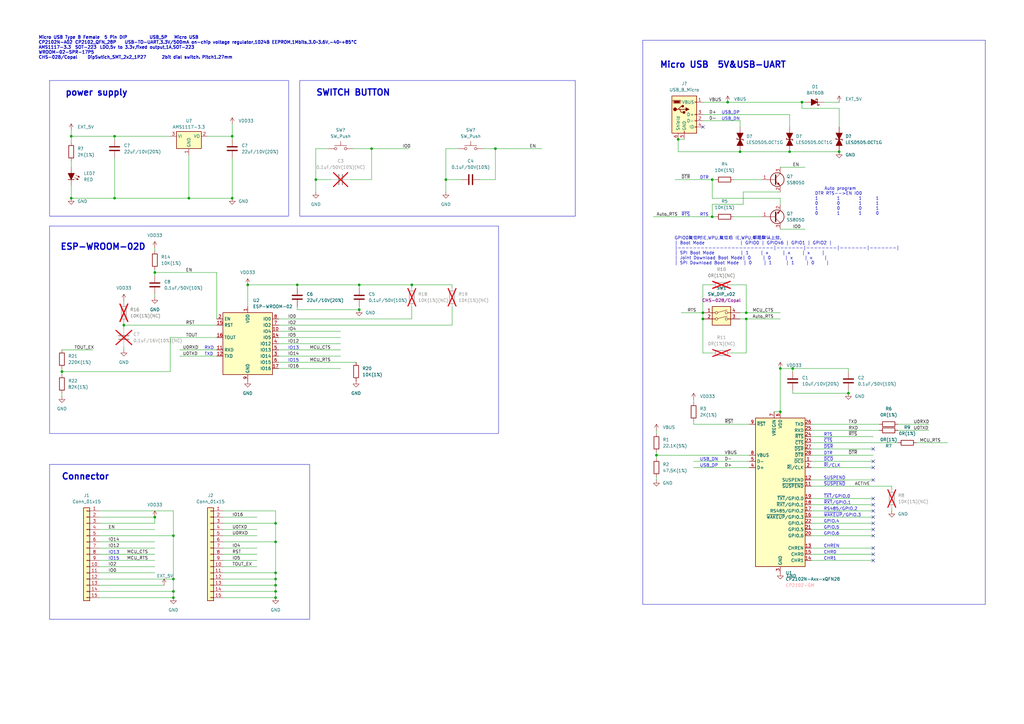
<source format=kicad_sch>
(kicad_sch (version 20250114) (generator "eeschema") (generator_version "9.0")
  (paper "A3")
  (rectangle (start 122.936 33.02) (end 235.966 88.646))
  (rectangle (start 263.652 16.51) (end 404.114 247.904))
  (rectangle (start 20.32 190.5) (end 127 254))
  (rectangle (start 20.32 33.02) (end 118.364 88.646))
  (rectangle (start 20.32 92.71) (end 204.47 177.8))
  (text "~{WAKEUP}/GPIO.3" (at 337.82 212.09 0) (effects (font (size 1.27 1.27)) (justify left bottom)))
  (text "SUSPEND" (at 337.82 196.85 0) (effects (font (size 1.27 1.27)) (justify left bottom)))
  (text "USB_DP" (at 295.91 46.99 0) (effects (font (size 1.27 1.27)) (justify left bottom)))
  (text "GPIO.5" (at 337.82 217.17 0) (effects (font (size 1.27 1.27)) (justify left bottom)))
  (text "CHR0" (at 337.82 227.33 0) (effects (font (size 1.27 1.27)) (justify left bottom)))
  (text "DTR" (at 287.02 73.66 0) (effects (font (size 1.27 1.27)) (justify left bottom)))
  (text "~{RI}/CLK" (at 337.82 191.77 0) (effects (font (size 1.27 1.27)) (justify left bottom)))
  (text "ESP-WROOM-02D" (exclude_from_sim yes) (at 24.638 101.346 0) (effects (font (size 2.54 2.54) (thickness 0.508) (bold yes)) (justify left)))
  (text "Connector" (exclude_from_sim yes) (at 25.146 195.58 0) (effects (font (size 2.54 2.54) (thickness 0.508) (bold yes)) (justify left)))
  (text "RXD" (at 83.82 143.51 0) (effects (font (size 1.27 1.27)) (justify left bottom)))
  (text "CHREN" (at 337.82 224.79 0) (effects (font (size 1.27 1.27)) (justify left bottom)))
  (text "GPIO.4" (at 337.82 214.63 0) (effects (font (size 1.27 1.27)) (justify left bottom)))
  (text "IO15" (at 44.45 229.87 0) (effects (font (size 1.27 1.27)) (justify left bottom)))
  (text "TXD" (at 83.82 146.05 0) (effects (font (size 1.27 1.27)) (justify left bottom)))
  (text "     Auto program\n DTR RTS-->EN IO0\n 1        1        1      1\n 0        0        1      1\n 1        0        0      1\n 0        1        1      0" (at 333.248 82.55 0) (effects (font (size 1.27 1.27)) (justify left)))
  (text "~{CTS}" (at 337.82 181.61 0) (effects (font (size 1.27 1.27)) (justify left bottom)))
  (text "~{TXT}/GPIO.0" (at 337.82 204.47 0) (effects (font (size 1.27 1.27)) (justify left bottom)))
  (text "IO15" (at 118.11 148.59 0) (effects (font (size 1.27 1.27)) (justify left bottom)))
  (text "CHR1" (at 337.82 229.87 0) (effects (font (size 1.27 1.27)) (justify left bottom)))
  (text "RTS" (at 337.82 179.07 0) (effects (font (size 1.27 1.27)) (justify left bottom)))
  (text "RS485/GPIO.2" (at 337.82 209.55 0) (effects (font (size 1.27 1.27)) (justify left bottom)))
  (text "~{DSR}" (at 337.82 184.15 0) (effects (font (size 1.27 1.27)) (justify left bottom)))
  (text "Micro USB  5V&USB-UART" (at 270.51 26.67 0) (effects (font (size 2.54 2.54) (thickness 0.508) (bold yes)) (justify left)))
  (text "~{DCD}" (at 337.82 189.23 0) (effects (font (size 1.27 1.27)) (justify left bottom)))
  (text "IO13" (at 44.45 227.33 0) (effects (font (size 1.27 1.27)) (justify left bottom)))
  (text "GPIO0复位时IE,WPU,复位后 IE,WPU,都是默认上拉.\n| Boot Mode               | GPIO0 | GPIO46 | GPIO1 | GPIO2 |\n|-------------------------|-------|--------|-------|-------|\n| SPI Boot Mode           | 1     | x      | x     | x     |\n| Joint Download Boot Mode| 0     | 0      | x     | x     |\n| SPI Download Boot Mode  | 0     | 1      | 1     | 0     |" (at 276.606 102.87 0) (effects (font (size 1.27 1.27)) (justify left)))
  (text "USB_DN" (at 295.91 49.53 0) (effects (font (size 1.27 1.27)) (justify left bottom)))
  (text "USB_DN" (at 287.02 189.23 0) (effects (font (size 1.27 1.27)) (justify left bottom)))
  (text "USB_DP" (at 287.02 191.77 0) (effects (font (size 1.27 1.27)) (justify left bottom)))
  (text "GPIO.6" (at 337.82 219.71 0) (effects (font (size 1.27 1.27)) (justify left bottom)))
  (text "~{SUSPEND}" (at 337.82 199.39 0) (effects (font (size 1.27 1.27)) (justify left bottom)))
  (text "Micro USB Type B Female  5 Pin DIP	USB_5P	Micro USB\nCP2102N-A02	CP2102_QFN_28P	USB-TO-UART,3.3V/500mA on-chip voltage regulator,1024B EEPROM,1Mbits,3.0~3.6V,-40~+85°C\nAMS1117-3.3	SOT-223	LDO,5v to 3.3v,fixed output,1A,SOT-223\nWROOM-02-SPR-17P5\nCHS-02B/Copal	DipSwtich_SMT_2x2_1P27	2bit dial switch，Pitch1.27mm\n" (at 15.748 19.558 0) (effects (font (size 1.27 1.27) (thickness 0.254) (bold yes)) (justify left)))
  (text "DTR" (at 337.82 186.69 0) (effects (font (size 1.27 1.27)) (justify left bottom)))
  (text "RTS" (at 287.02 88.9 0) (effects (font (size 1.27 1.27)) (justify left bottom)))
  (text "~{RXT}/GPIO.1" (at 337.82 207.01 0) (effects (font (size 1.27 1.27)) (justify left bottom)))
  (text "SWITCH BUTTON" (at 129.54 38.1 0) (effects (font (size 2.54 2.54) (thickness 0.508) (bold yes)) (justify left)))
  (text "IO13" (at 118.11 143.51 0) (effects (font (size 1.27 1.27)) (justify left bottom)))
  (text "~{RTS}" (at 279.4 88.9 0) (effects (font (size 1.27 1.27)) (justify left bottom)))
  (text "power supply" (exclude_from_sim yes) (at 26.67 38.1 0) (effects (font (size 2.54 2.54) (thickness 0.508) (bold yes)) (justify left)))
  (junction (at 325.12 151.13))
  (junction (at 306.07 130.81))
  (junction (at 288.29 128.27))
  (junction (at 269.24 186.69))
  (junction (at 50.8 133.35))
  (junction (at 77.47 81.28))
  (junction (at 71.12 245.11))
  (junction (at 113.03 242.57))
  (junction (at 71.12 242.57))
  (junction (at 320.04 151.13))
  (junction (at 278.13 57.15))
  (junction (at 113.03 234.95))
  (junction (at 168.91 116.84))
  (junction (at 182.88 73.66))
  (junction (at 113.03 240.03))
  (junction (at 147.32 127))
  (junction (at 29.21 55.88))
  (junction (at 306.07 128.27))
  (junction (at 113.03 237.49))
  (junction (at 121.92 116.84))
  (junction (at 46.99 81.28))
  (junction (at 129.54 73.66))
  (junction (at 292.1 88.9))
  (junction (at 344.17 62.23))
  (junction (at 63.5 212.09))
  (junction (at 347.98 161.29))
  (junction (at 95.25 55.88))
  (junction (at 303.53 62.23))
  (junction (at 71.12 237.49))
  (junction (at 29.21 81.28))
  (junction (at 288.29 130.81))
  (junction (at 323.85 62.23))
  (junction (at 63.5 111.76))
  (junction (at 147.32 116.84))
  (junction (at 292.1 73.66))
  (junction (at 71.12 219.71))
  (junction (at 46.99 55.88))
  (junction (at 95.25 81.28))
  (junction (at 113.03 222.25))
  (junction (at 298.45 41.91))
  (junction (at 328.93 41.91))
  (junction (at 152.4 60.96))
  (junction (at 25.4 152.4))
  (junction (at 113.03 245.11))
  (junction (at 101.6 116.84))
  (junction (at 113.03 214.63))
  (junction (at 203.2 60.96))
  (junction (at 320.04 168.91))
  (no_connect (at 358.14 189.23))
  (no_connect (at 358.14 212.09))
  (no_connect (at 358.14 209.55))
  (no_connect (at 358.14 196.85))
  (no_connect (at 358.14 191.77))
  (no_connect (at 358.14 207.01))
  (no_connect (at 358.14 227.33))
  (no_connect (at 358.14 217.17))
  (no_connect (at 358.14 204.47))
  (no_connect (at 358.14 219.71))
  (no_connect (at 358.14 229.87))
  (no_connect (at 358.14 184.15))
  (no_connect (at 358.14 224.79))
  (no_connect (at 288.29 52.07))
  (no_connect (at 358.14 214.63))
  (wire (pts (xy 304.8 78.74) (xy 320.04 78.74)))
  (wire (pts (xy 358.14 207.01) (xy 332.74 207.01)))
  (wire (pts (xy 95.25 55.88) (xy 95.25 57.15)))
  (wire (pts (xy 46.99 55.88) (xy 69.85 55.88)))
  (wire (pts (xy 40.64 242.57) (xy 71.12 242.57)))
  (wire (pts (xy 114.3 138.43) (xy 139.7 138.43)))
  (wire (pts (xy 91.44 227.33) (xy 105.41 227.33)))
  (wire (pts (xy 114.3 135.89) (xy 139.7 135.89)))
  (wire (pts (xy 320.04 81.28) (xy 320.04 83.82)))
  (wire (pts (xy 288.29 41.91) (xy 298.45 41.91)))
  (wire (pts (xy 63.5 111.76) (xy 63.5 113.03)))
  (wire (pts (xy 46.99 55.88) (xy 46.99 57.15)))
  (wire (pts (xy 73.66 143.51) (xy 88.9 143.51)))
  (wire (pts (xy 269.24 195.58) (xy 269.24 196.85)))
  (wire (pts (xy 114.3 143.51) (xy 139.7 143.51)))
  (wire (pts (xy 358.14 229.87) (xy 332.74 229.87)))
  (wire (pts (xy 325.12 151.13) (xy 347.98 151.13)))
  (wire (pts (xy 63.5 212.09) (xy 63.5 214.63)))
  (wire (pts (xy 284.48 163.83) (xy 284.48 165.1)))
  (wire (pts (xy 129.54 60.96) (xy 129.54 73.66)))
  (wire (pts (xy 284.48 172.72) (xy 284.48 173.99)))
  (wire (pts (xy 344.17 44.45) (xy 344.17 52.07)))
  (wire (pts (xy 29.21 76.2) (xy 29.21 81.28)))
  (wire (pts (xy 71.12 219.71) (xy 71.12 237.49)))
  (wire (pts (xy 323.85 62.23) (xy 344.17 62.23)))
  (wire (pts (xy 368.3 176.53) (xy 381 176.53)))
  (wire (pts (xy 284.48 173.99) (xy 307.34 173.99)))
  (wire (pts (xy 40.64 219.71) (xy 71.12 219.71)))
  (wire (pts (xy 91.44 237.49) (xy 113.03 237.49)))
  (wire (pts (xy 267.97 88.9) (xy 292.1 88.9)))
  (wire (pts (xy 298.45 41.91) (xy 328.93 41.91)))
  (wire (pts (xy 143.51 73.66) (xy 152.4 73.66)))
  (wire (pts (xy 147.32 127) (xy 121.92 127)))
  (wire (pts (xy 91.44 240.03) (xy 113.03 240.03)))
  (wire (pts (xy 328.93 44.45) (xy 344.17 44.45)))
  (wire (pts (xy 77.47 63.5) (xy 77.47 81.28)))
  (wire (pts (xy 358.14 227.33) (xy 332.74 227.33)))
  (wire (pts (xy 113.03 222.25) (xy 113.03 234.95)))
  (wire (pts (xy 29.21 66.04) (xy 29.21 68.58)))
  (wire (pts (xy 368.3 173.99) (xy 381 173.99)))
  (wire (pts (xy 69.85 138.43) (xy 69.85 152.4)))
  (wire (pts (xy 129.54 73.66) (xy 129.54 78.74)))
  (wire (pts (xy 113.03 240.03) (xy 113.03 242.57)))
  (wire (pts (xy 182.88 60.96) (xy 182.88 73.66)))
  (wire (pts (xy 337.82 41.91) (xy 344.17 41.91)))
  (wire (pts (xy 29.21 53.34) (xy 29.21 55.88)))
  (wire (pts (xy 269.24 185.42) (xy 269.24 186.69)))
  (wire (pts (xy 299.72 144.78) (xy 306.07 144.78)))
  (wire (pts (xy 25.4 143.51) (xy 38.1 143.51)))
  (wire (pts (xy 292.1 81.28) (xy 320.04 81.28)))
  (wire (pts (xy 40.64 209.55) (xy 71.12 209.55)))
  (wire (pts (xy 63.5 101.6) (xy 63.5 102.87)))
  (wire (pts (xy 91.44 209.55) (xy 113.03 209.55)))
  (wire (pts (xy 292.1 83.82) (xy 304.8 83.82)))
  (wire (pts (xy 114.3 130.81) (xy 168.91 130.81)))
  (wire (pts (xy 91.44 234.95) (xy 113.03 234.95)))
  (wire (pts (xy 306.07 128.27) (xy 320.04 128.27)))
  (wire (pts (xy 358.14 204.47) (xy 332.74 204.47)))
  (wire (pts (xy 121.92 118.11) (xy 121.92 116.84)))
  (wire (pts (xy 288.29 144.78) (xy 292.1 144.78)))
  (wire (pts (xy 358.14 184.15) (xy 332.74 184.15)))
  (wire (pts (xy 50.8 132.08) (xy 50.8 133.35)))
  (wire (pts (xy 77.47 81.28) (xy 95.25 81.28)))
  (wire (pts (xy 328.93 41.91) (xy 330.2 41.91)))
  (wire (pts (xy 71.12 242.57) (xy 71.12 245.11)))
  (wire (pts (xy 300.99 88.9) (xy 312.42 88.9)))
  (wire (pts (xy 63.5 110.49) (xy 63.5 111.76)))
  (wire (pts (xy 91.44 217.17) (xy 105.41 217.17)))
  (wire (pts (xy 46.99 81.28) (xy 29.21 81.28)))
  (wire (pts (xy 358.14 209.55) (xy 332.74 209.55)))
  (wire (pts (xy 288.29 46.99) (xy 323.85 46.99)))
  (wire (pts (xy 203.2 73.66) (xy 203.2 60.96)))
  (wire (pts (xy 332.74 176.53) (xy 360.68 176.53)))
  (wire (pts (xy 73.66 146.05) (xy 88.9 146.05)))
  (wire (pts (xy 50.8 142.24) (xy 50.8 143.51)))
  (wire (pts (xy 278.13 62.23) (xy 278.13 57.15)))
  (wire (pts (xy 320.04 68.58) (xy 330.2 68.58)))
  (wire (pts (xy 113.03 209.55) (xy 113.03 214.63)))
  (wire (pts (xy 63.5 120.65) (xy 63.5 121.92)))
  (wire (pts (xy 91.44 232.41) (xy 105.41 232.41)))
  (wire (pts (xy 40.64 217.17) (xy 63.5 217.17)))
  (wire (pts (xy 91.44 245.11) (xy 113.03 245.11)))
  (wire (pts (xy 303.53 128.27) (xy 306.07 128.27)))
  (wire (pts (xy 121.92 116.84) (xy 147.32 116.84)))
  (wire (pts (xy 114.3 133.35) (xy 185.42 133.35)))
  (wire (pts (xy 323.85 46.99) (xy 323.85 52.07)))
  (wire (pts (xy 168.91 116.84) (xy 185.42 116.84)))
  (wire (pts (xy 320.04 93.98) (xy 330.2 93.98)))
  (wire (pts (xy 40.64 240.03) (xy 67.31 240.03)))
  (wire (pts (xy 276.86 73.66) (xy 292.1 73.66)))
  (wire (pts (xy 182.88 73.66) (xy 182.88 78.74)))
  (wire (pts (xy 332.74 199.39) (xy 365.76 199.39)))
  (wire (pts (xy 101.6 116.84) (xy 101.6 125.73)))
  (wire (pts (xy 40.64 237.49) (xy 71.12 237.49)))
  (wire (pts (xy 332.74 173.99) (xy 360.68 173.99)))
  (wire (pts (xy 95.25 64.77) (xy 95.25 81.28)))
  (wire (pts (xy 50.8 133.35) (xy 88.9 133.35)))
  (wire (pts (xy 358.14 189.23) (xy 332.74 189.23)))
  (wire (pts (xy 320.04 151.13) (xy 320.04 168.91)))
  (wire (pts (xy 85.09 55.88) (xy 95.25 55.88)))
  (wire (pts (xy 306.07 130.81) (xy 303.53 130.81)))
  (wire (pts (xy 121.92 127) (xy 121.92 125.73)))
  (wire (pts (xy 91.44 212.09) (xy 105.41 212.09)))
  (wire (pts (xy 306.07 144.78) (xy 306.07 130.81)))
  (wire (pts (xy 292.1 116.84) (xy 288.29 116.84)))
  (wire (pts (xy 29.21 55.88) (xy 46.99 55.88)))
  (wire (pts (xy 46.99 64.77) (xy 46.99 81.28)))
  (wire (pts (xy 347.98 160.02) (xy 347.98 161.29)))
  (wire (pts (xy 358.14 224.79) (xy 332.74 224.79)))
  (wire (pts (xy 134.62 60.96) (xy 129.54 60.96)))
  (wire (pts (xy 40.64 245.11) (xy 71.12 245.11)))
  (wire (pts (xy 292.1 88.9) (xy 293.37 88.9)))
  (wire (pts (xy 168.91 116.84) (xy 168.91 118.11)))
  (wire (pts (xy 63.5 111.76) (xy 88.9 111.76)))
  (wire (pts (xy 152.4 73.66) (xy 152.4 60.96)))
  (wire (pts (xy 365.76 208.28) (xy 365.76 209.55)))
  (wire (pts (xy 185.42 116.84) (xy 185.42 118.11)))
  (wire (pts (xy 365.76 199.39) (xy 365.76 200.66)))
  (wire (pts (xy 306.07 128.27) (xy 306.07 116.84)))
  (wire (pts (xy 325.12 160.02) (xy 325.12 161.29)))
  (wire (pts (xy 284.48 191.77) (xy 307.34 191.77)))
  (wire (pts (xy 91.44 224.79) (xy 105.41 224.79)))
  (wire (pts (xy 91.44 219.71) (xy 105.41 219.71)))
  (wire (pts (xy 40.64 212.09) (xy 63.5 212.09)))
  (wire (pts (xy 69.85 138.43) (xy 88.9 138.43)))
  (wire (pts (xy 91.44 242.57) (xy 113.03 242.57)))
  (wire (pts (xy 203.2 60.96) (xy 198.12 60.96)))
  (wire (pts (xy 114.3 151.13) (xy 139.7 151.13)))
  (wire (pts (xy 50.8 123.19) (xy 50.8 124.46)))
  (wire (pts (xy 269.24 186.69) (xy 269.24 187.96)))
  (wire (pts (xy 25.4 161.29) (xy 25.4 162.56)))
  (wire (pts (xy 113.03 237.49) (xy 113.03 240.03)))
  (wire (pts (xy 375.92 181.61) (xy 388.62 181.61)))
  (wire (pts (xy 113.03 234.95) (xy 113.03 237.49)))
  (wire (pts (xy 71.12 209.55) (xy 71.12 219.71)))
  (wire (pts (xy 91.44 222.25) (xy 113.03 222.25)))
  (wire (pts (xy 279.4 128.27) (xy 288.29 128.27)))
  (wire (pts (xy 40.64 214.63) (xy 63.5 214.63)))
  (wire (pts (xy 347.98 151.13) (xy 347.98 152.4)))
  (wire (pts (xy 196.85 73.66) (xy 203.2 73.66)))
  (wire (pts (xy 95.25 50.8) (xy 95.25 55.88)))
  (wire (pts (xy 358.14 212.09) (xy 332.74 212.09)))
  (wire (pts (xy 40.64 232.41) (xy 63.5 232.41)))
  (wire (pts (xy 113.03 214.63) (xy 113.03 222.25)))
  (wire (pts (xy 306.07 116.84) (xy 299.72 116.84)))
  (wire (pts (xy 25.4 152.4) (xy 69.85 152.4)))
  (wire (pts (xy 358.14 219.71) (xy 332.74 219.71)))
  (wire (pts (xy 40.64 234.95) (xy 63.5 234.95)))
  (wire (pts (xy 203.2 60.96) (xy 222.25 60.96)))
  (wire (pts (xy 114.3 146.05) (xy 139.7 146.05)))
  (wire (pts (xy 328.93 41.91) (xy 328.93 44.45)))
  (wire (pts (xy 358.14 191.77) (xy 332.74 191.77)))
  (wire (pts (xy 114.3 140.97) (xy 139.7 140.97)))
  (wire (pts (xy 278.13 57.15) (xy 280.67 57.15)))
  (wire (pts (xy 185.42 125.73) (xy 185.42 133.35)))
  (wire (pts (xy 288.29 49.53) (xy 303.53 49.53)))
  (wire (pts (xy 46.99 81.28) (xy 77.47 81.28)))
  (wire (pts (xy 25.4 151.13) (xy 25.4 152.4)))
  (wire (pts (xy 50.8 133.35) (xy 50.8 134.62)))
  (wire (pts (xy 152.4 60.96) (xy 144.78 60.96)))
  (wire (pts (xy 147.32 116.84) (xy 168.91 116.84)))
  (wire (pts (xy 40.64 224.79) (xy 63.5 224.79)))
  (wire (pts (xy 358.14 196.85) (xy 332.74 196.85)))
  (wire (pts (xy 91.44 229.87) (xy 105.41 229.87)))
  (wire (pts (xy 40.64 227.33) (xy 63.5 227.33)))
  (wire (pts (xy 269.24 186.69) (xy 307.34 186.69)))
  (wire (pts (xy 303.53 49.53) (xy 303.53 52.07)))
  (wire (pts (xy 40.64 222.25) (xy 63.5 222.25)))
  (wire (pts (xy 71.12 237.49) (xy 71.12 242.57)))
  (wire (pts (xy 113.03 242.57) (xy 113.03 245.11)))
  (wire (pts (xy 325.12 151.13) (xy 325.12 152.4)))
  (wire (pts (xy 91.44 214.63) (xy 113.03 214.63)))
  (wire (pts (xy 25.4 152.4) (xy 25.4 153.67)))
  (wire (pts (xy 278.13 62.23) (xy 303.53 62.23)))
  (wire (pts (xy 269.24 176.53) (xy 269.24 177.8)))
  (wire (pts (xy 114.3 148.59) (xy 146.05 148.59)))
  (wire (pts (xy 168.91 125.73) (xy 168.91 130.81)))
  (wire (pts (xy 358.14 179.07) (xy 332.74 179.07)))
  (wire (pts (xy 152.4 60.96) (xy 167.64 60.96)))
  (wire (pts (xy 292.1 73.66) (xy 293.37 73.66)))
  (wire (pts (xy 182.88 73.66) (xy 189.23 73.66)))
  (wire (pts (xy 347.98 161.29) (xy 325.12 161.29)))
  (wire (pts (xy 40.64 229.87) (xy 63.5 229.87)))
  (wire (pts (xy 288.29 128.27) (xy 288.29 130.81)))
  (wire (pts (xy 358.14 214.63) (xy 332.74 214.63)))
  (wire (pts (xy 147.32 116.84) (xy 147.32 118.11)))
  (wire (pts (xy 88.9 111.76) (xy 88.9 130.81)))
  (wire (pts (xy 147.32 125.73) (xy 147.32 127)))
  (wire (pts (xy 288.29 130.81) (xy 288.29 144.78)))
  (wire (pts (xy 304.8 83.82) (xy 304.8 78.74)))
  (wire (pts (xy 292.1 73.66) (xy 292.1 81.28)))
  (wire (pts (xy 306.07 130.81) (xy 320.04 130.81)))
  (wire (pts (xy 300.99 73.66) (xy 312.42 73.66)))
  (wire (pts (xy 358.14 186.69) (xy 332.74 186.69)))
  (wire (pts (xy 29.21 55.88) (xy 29.21 58.42)))
  (wire (pts (xy 332.74 181.61) (xy 368.3 181.61)))
  (wire (pts (xy 187.96 60.96) (xy 182.88 60.96)))
  (wire (pts (xy 129.54 73.66) (xy 135.89 73.66)))
  (wire (pts (xy 101.6 116.84) (xy 121.92 116.84)))
  (wire (pts (xy 292.1 83.82) (xy 292.1 88.9)))
  (wire (pts (xy 303.53 62.23) (xy 323.85 62.23)))
  (wire (pts (xy 288.29 116.84) (xy 288.29 128.27)))
  (wire (pts (xy 358.14 217.17) (xy 332.74 217.17)))
  (wire (pts (xy 284.48 189.23) (xy 307.34 189.23)))
  (wire (pts (xy 320.04 151.13) (xy 325.12 151.13)))
  (wire (pts (xy 317.5 168.91) (xy 320.04 168.91)))
  (label "RXD" (at 347.98 176.53 0))
  (label "MCU_RTS" (at 52.07 229.87 0))
  (label "~{RTS}" (at 347.98 179.07 0))
  (label "~{RST}" (at 297.18 173.99 0))
  (label "TOUT_EX" (at 30.48 143.51 0))
  (label "VBUS" (at 290.83 41.91 0))
  (label "RST" (at 76.2 133.35 0))
  (label "MCU_CTS" (at 127 143.51 0))
  (label "IO0" (at 44.45 234.95 0))
  (label "IO4" (at 95.25 224.79 0))
  (label "~{DTR}" (at 279.4 73.66 0))
  (label "IO4" (at 118.11 135.89 0))
  (label "D-" (at 297.18 189.23 0))
  (label "IO2" (at 118.11 133.35 0))
  (label "IO12" (at 44.45 224.79 0))
  (label "RST" (at 95.25 227.33 0))
  (label "Auto_RTS" (at 308.61 130.81 0))
  (label "ACTIVE" (at 350.52 199.39 0))
  (label "D-" (at 290.83 49.53 0))
  (label "IO5" (at 95.25 229.87 0))
  (label "U0TXD" (at 95.25 217.17 0))
  (label "U0TXD" (at 374.65 176.53 0))
  (label "D+" (at 290.83 46.99 0))
  (label "U0RXD" (at 74.93 143.51 0))
  (label "IO0" (at 325.12 93.98 0))
  (label "MCU_RTS" (at 377.19 181.61 0))
  (label "EN" (at 76.2 111.76 0))
  (label "IO16" (at 118.11 151.13 0))
  (label "U0TXD" (at 74.93 146.05 0))
  (label "MCU_CTS" (at 52.07 227.33 0))
  (label "MCU_CTS" (at 308.61 128.27 0))
  (label "EN" (at 44.45 217.17 0))
  (label "IO5" (at 118.11 138.43 0))
  (label "IO14" (at 44.45 222.25 0))
  (label "IO14" (at 118.11 146.05 0))
  (label "IO2" (at 44.45 232.41 0))
  (label "RTS" (at 281.94 128.27 0))
  (label "EN" (at 217.17 60.96 0))
  (label "U0RXD" (at 95.25 219.71 0))
  (label "IO0" (at 165.1 60.96 0))
  (label "TOUT" (at 76.2 138.43 0))
  (label "~{DTR}" (at 347.98 186.69 0))
  (label "EN" (at 325.12 68.58 0))
  (label "TXD" (at 347.98 173.99 0))
  (label "IO12" (at 118.11 140.97 0))
  (label "Auto_RTS" (at 269.24 88.9 0))
  (label "VBUS" (at 297.18 186.69 0))
  (label "U0RXD" (at 374.65 173.99 0))
  (label "IO0" (at 118.11 130.81 0))
  (label "D+" (at 297.18 191.77 0))
  (label "MCU_RTS" (at 127 148.59 0))
  (label "TOUT_EX" (at 95.25 232.41 0))
  (label "IO16" (at 95.25 212.09 0))
  (symbol (lib_id "Transistor_BJT:SS8050") (at 317.5 73.66 0) (unit 1)
    (property "Reference" "Q?" (at 322.58 72.3899 0) (effects (justify left)))
    (property "Value" "SS8050" (at 322.58 74.9299 0) (effects (justify left)))
    (property "Footprint" "Package_TO_SOT_SMD:SOT-23" (effects (hide yes)))
    (property "Datasheet" "http://www.secosgmbh.com/datasheet/products/SSMPTransistor/SOT-23/SS8050.pdf" (effects (hide yes)))
    (property "Description" "General Purpose NPN Transistor, 1.5A Ic, 25V Vce, SOT-23" (effects (hide yes)))
  )
  (symbol (lib_id "PCM_Resistor_AKL:R_1206") (at 269.24 191.77 180) (unit 1)
    (property "Reference" "R2" (at 271.78 190.4999 0) (effects (justify right)))
    (property "Value" "47.5K(1%)" (at 271.78 193.0399 0) (effects (justify right)))
    (property "Footprint" "PCM_Resistor_SMD_AKL:R_1206_3216Metric" (effects (hide yes)))
    (property "Description" "SMD 1206 Chip Resistor, European Symbol, Alternate KiCad Library" (effects (hide yes)))
  )
  (symbol (lib_id "power:GND") (at 347.98 161.29 0) (unit 1)
    (property "Reference" "#PWR09" (effects (hide yes)))
    (property "Value" "GND" (at 350.52 162.5599 0) (effects (justify left)))
    (property "Description" "Power symbol creates a global label with name \"GND\" , ground" (effects (hide yes)))
  )
  (symbol (lib_id "power:GND") (at 365.76 209.55 0) (unit 1)
    (property "Reference" "#PWR010" (effects (hide yes)))
    (property "Value" "GND" (at 368.3 210.8199 0) (effects (justify left)))
    (property "Description" "Power symbol creates a global label with name \"GND\" , ground" (effects (hide yes)))
  )
  (symbol (lib_id "PCM_Resistor_AKL:R_1206") (at 372.11 181.61 270) (mirror x) (unit 1)
    (property "Reference" "R9" (at 372.11 175.26 90))
    (property "Value" "0R(1%)" (at 372.11 177.8 90))
    (property "Footprint" "PCM_Resistor_SMD_AKL:R_1206_3216Metric" (effects (hide yes)))
    (property "Description" "SMD 1206 Chip Resistor, European Symbol, Alternate KiCad Library" (effects (hide yes)))
  )
  (symbol (lib_id "PCM_Resistor_AKL:R_1206") (at 25.4 147.32 180) (unit 1)
    (property "Reference" "R21" (at 27.94 146.0499 0) (effects (justify right)))
    (property "Value" "220K(1%)" (at 27.94 148.5899 0) (effects (justify right)))
    (property "Footprint" "PCM_Resistor_SMD_AKL:R_1206_3216Metric" (effects (hide yes)))
    (property "Description" "SMD 1206 Chip Resistor, European Symbol, Alternate KiCad Library" (effects (hide yes)))
  )
  (symbol (lib_id "power:GND") (at 320.04 234.95 0) (unit 1)
    (property "Reference" "#PWR06" (effects (hide yes)))
    (property "Value" "GND" (at 322.58 236.2199 0) (effects (justify left)))
    (property "Description" "Power symbol creates a global label with name \"GND\" , ground" (effects (hide yes)))
  )
  (symbol (lib_id "power:+5V") (at 63.5 212.09 0) (unit 1)
    (property "Reference" "#PWR024" (effects (hide yes)))
    (property "Value" "VDD33" (at 63.5 207.01 0))
    (property "Description" "Power symbol creates a global label with name \"+5V\"" (effects (hide yes)))
  )
  (symbol (lib_id "power:+5V") (at 67.31 240.03 0) (unit 1)
    (property "Reference" "#PWR025" (effects (hide yes)))
    (property "Value" "EXT_5V" (at 64.262 236.22 0) (effects (justify left)))
    (property "Description" "Power symbol creates a global label with name \"+5V\"" (effects (hide yes)))
  )
  (symbol (lib_id "PCM_Resistor_AKL:R_1206") (at 297.18 88.9 90) (unit 1)
    (property "Reference" "R5" (at 297.18 82.55 90))
    (property "Value" "10K(1%)" (at 297.18 85.09 90))
    (property "Footprint" "PCM_Resistor_SMD_AKL:R_1206_3216Metric" (effects (hide yes)))
    (property "Description" "SMD 1206 Chip Resistor, European Symbol, Alternate KiCad Library" (effects (hide yes)))
  )
  (symbol (lib_id "PCM_Resistor_AKL:R_1206") (at 295.91 144.78 270) (unit 1) (dnp yes)
    (property "Reference" "R11" (at 295.91 138.43 90))
    (property "Value" "0R(1%)(NC)" (at 295.91 140.97 90))
    (property "Footprint" "PCM_Resistor_SMD_AKL:R_1206_3216Metric" (effects (hide yes)))
    (property "Description" "SMD 1206 Chip Resistor, European Symbol, Alternate KiCad Library" (effects (hide yes)))
  )
  (symbol (lib_id "power:GND") (at 25.4 162.56 0) (unit 1)
    (property "Reference" "#PWR021" (effects (hide yes)))
    (property "Value" "GND" (at 25.4 167.64 0))
    (property "Description" "Power symbol creates a global label with name \"GND\" , ground" (effects (hide yes)))
  )
  (symbol (lib_id "Library:LESD5D5.0CT1G") (at 344.17 57.15 90) (unit 1)
    (property "Reference" "D?" (at 346.71 55.8799 90) (effects (justify right)))
    (property "Value" "LESD5D5.0CT1G" (at 346.71 58.4199 90) (effects (justify right)))
    (property "Footprint" "Diode_SMD:D_SOD-523" (effects (hide yes)))
    (property "Datasheet" "https://www.jlc-smt.com/lcsc/detail?componentCode=C383211&spm=smt-pc.search-result.list.0" (effects (hide yes)))
    (property "Description" "Bidirectional TVS Diode, Generic symbol, Alternate KiCAD Library" (effects (hide yes)))
  )
  (symbol (lib_id "PCM_Capacitor_AKL:C_1206") (at 63.5 116.84 0) (unit 1)
    (property "Reference" "C8" (at 67.31 115.5699 0) (effects (justify left)))
    (property "Value" "0.1uF/50V(10%)" (at 67.31 118.1099 0) (effects (justify left)))
    (property "Footprint" "PCM_Capacitor_SMD_AKL:C_1206_3216Metric" (effects (hide yes)))
    (property "Description" "SMD 1206 MLCC capacitor, Alternate KiCad Library" (effects (hide yes)))
  )
  (symbol (lib_id "power:+5V") (at 95.25 50.8 0) (unit 1)
    (property "Reference" "#PWR?" (effects (hide yes)))
    (property "Value" "VDD33" (at 97.79 49.5299 0) (effects (justify left)))
    (property "Description" "Power symbol creates a global label with name \"+5V\"" (effects (hide yes)))
  )
  (symbol (lib_id "power:+5V") (at 63.5 101.6 0) (unit 1)
    (property "Reference" "#PWR018" (effects (hide yes)))
    (property "Value" "VDD33" (at 63.5 96.52 0))
    (property "Description" "Power symbol creates a global label with name \"+5V\"" (effects (hide yes)))
  )
  (symbol (lib_id "Connector_Generic:Conn_01x15") (at 86.36 227.33 0) (mirror y) (unit 1)
    (property "Reference" "J2" (at 86.36 203.2 0))
    (property "Value" "Conn_01x15" (at 86.36 205.74 0))
    (property "Description" "Generic connector, single row, 01x15, script generated (kicad-library-utils/schlib/autogen/connector/)" (effects (hide yes)))
  )
  (symbol (lib_id "PCM_Resistor_AKL:R_1206") (at 364.49 176.53 270) (unit 1)
    (property "Reference" "R7" (at 364.49 182.88 90))
    (property "Value" "0R(1%)" (at 364.49 180.34 90))
    (property "Footprint" "PCM_Resistor_SMD_AKL:R_1206_3216Metric" (effects (hide yes)))
    (property "Description" "SMD 1206 Chip Resistor, European Symbol, Alternate KiCad Library" (effects (hide yes)))
  )
  (symbol (lib_id "PCM_Capacitor_AKL:C_1206") (at 347.98 156.21 0) (unit 1)
    (property "Reference" "C2" (at 351.79 154.9399 0) (effects (justify left)))
    (property "Value" "0.1uF/50V(10%)" (at 351.79 157.4799 0) (effects (justify left)))
    (property "Footprint" "PCM_Capacitor_SMD_AKL:C_1206_3216Metric" (effects (hide yes)))
    (property "Description" "SMD 1206 MLCC capacitor, Alternate KiCad Library" (effects (hide yes)))
  )
  (symbol (lib_id "Connector:USB_B_Micro") (at 280.67 46.99 0) (unit 1)
    (property "Reference" "J?" (at 280.67 34.29 0))
    (property "Value" "USB_B_Micro" (at 280.67 36.83 0))
    (property "Description" "USB Micro Type B connector" (effects (hide yes)))
  )
  (symbol (lib_id "power:+5V") (at 50.8 123.19 0) (unit 1)
    (property "Reference" "#PWR016" (effects (hide yes)))
    (property "Value" "VDD33" (at 50.8 118.11 0))
    (property "Description" "Power symbol creates a global label with name \"+5V\"" (effects (hide yes)))
  )
  (symbol (lib_id "power:GND") (at 63.5 121.92 0) (unit 1)
    (property "Reference" "#PWR017" (effects (hide yes)))
    (property "Value" "GND" (at 63.5 127 0))
    (property "Description" "Power symbol creates a global label with name \"GND\" , ground" (effects (hide yes)))
  )
  (symbol (lib_id "PCM_Capacitor_AKL:C_1206") (at 147.32 121.92 0) (unit 1)
    (property "Reference" "C5" (at 151.13 120.6499 0) (effects (justify left)))
    (property "Value" "0.1uF/50V(10%)" (at 151.13 123.1899 0) (effects (justify left)))
    (property "Footprint" "PCM_Capacitor_SMD_AKL:C_1206_3216Metric" (effects (hide yes)))
    (property "Description" "SMD 1206 MLCC capacitor, Alternate KiCad Library" (effects (hide yes)))
  )
  (symbol (lib_id "PCM_Resistor_AKL:R_1206") (at 364.49 173.99 270) (unit 1)
    (property "Reference" "R6" (at 364.49 167.64 90))
    (property "Value" "0R(1%)" (at 364.49 170.18 90))
    (property "Footprint" "PCM_Resistor_SMD_AKL:R_1206_3216Metric" (effects (hide yes)))
    (property "Description" "SMD 1206 Chip Resistor, European Symbol, Alternate KiCad Library" (effects (hide yes)))
  )
  (symbol (lib_id "PCM_Resistor_AKL:R_1206") (at 146.05 152.4 180) (unit 1)
    (property "Reference" "R20" (at 148.59 151.1299 0) (effects (justify right)))
    (property "Value" "10K(1%)" (at 148.59 153.6699 0) (effects (justify right)))
    (property "Footprint" "PCM_Resistor_SMD_AKL:R_1206_3216Metric" (effects (hide yes)))
    (property "Description" "SMD 1206 Chip Resistor, European Symbol, Alternate KiCad Library" (effects (hide yes)))
  )
  (symbol (lib_id "Regulator_Linear:AMS1117-3.3") (at 77.47 55.88 0) (unit 1)
    (property "Reference" "U?" (at 77.47 49.53 0))
    (property "Value" "AMS1117-3.3" (at 77.47 52.07 0))
    (property "Footprint" "Package_TO_SOT_SMD:SOT-223-3_TabPin2" (effects (hide yes)))
    (property "Datasheet" "http://www.advanced-monolithic.com/pdf/ds1117.pdf" (effects (hide yes)))
    (property "Description" "1A Low Dropout regulator, positive, 3.3V fixed output, SOT-223" (effects (hide yes)))
  )
  (symbol (lib_id "power:GND") (at 101.6 156.21 0) (unit 1)
    (property "Reference" "#PWR015" (effects (hide yes)))
    (property "Value" "GND" (at 101.6 161.29 0))
    (property "Description" "Power symbol creates a global label with name \"GND\" , ground" (effects (hide yes)))
  )
  (symbol (lib_id "PCM_Capacitor_AKL:C_1206") (at 139.7 73.66 270) (unit 1) (dnp yes)
    (property "Reference" "C3" (at 139.7 66.04 90))
    (property "Value" "0.1uF/50V(10%)(NC)" (at 139.7 68.58 90))
    (property "Footprint" "PCM_Capacitor_SMD_AKL:C_1206_3216Metric" (effects (hide yes)))
    (property "Description" "SMD 1206 MLCC capacitor, Alternate KiCad Library" (effects (hide yes)))
  )
  (symbol (lib_id "PCM_Resistor_AKL:R_1206") (at 25.4 157.48 180) (unit 1)
    (property "Reference" "R22" (at 27.94 156.2099 0) (effects (justify right)))
    (property "Value" "82K(1%)" (at 27.94 158.7499 0) (effects (justify right)))
    (property "Footprint" "PCM_Resistor_SMD_AKL:R_1206_3216Metric" (effects (hide yes)))
    (property "Description" "SMD 1206 Chip Resistor, European Symbol, Alternate KiCad Library" (effects (hide yes)))
  )
  (symbol (lib_id "power:+5V") (at 344.17 41.91 0) (unit 1)
    (property "Reference" "#PWR07" (effects (hide yes)))
    (property "Value" "EXT_5V" (at 346.71 40.6399 0) (effects (justify left)))
    (property "Description" "Power symbol creates a global label with name \"+5V\"" (effects (hide yes)))
  )
  (symbol (lib_id "Switch:SW_Push") (at 139.7 60.96 0) (unit 1)
    (property "Reference" "SW?" (at 139.7 53.34 0))
    (property "Value" "SW_Push" (at 139.7 55.88 0))
    (property "Footprint" "Button_Switch_THT:SW_PUSH_6mm_H7.3mm" (effects (hide yes)))
    (property "Description" "Push button switch, generic, two pins" (effects (hide yes)))
  )
  (symbol (lib_id "Switch:SW_Push") (at 193.04 60.96 0) (unit 1)
    (property "Reference" "SW?" (at 193.04 53.34 0))
    (property "Value" "SW_Push" (at 193.04 55.88 0))
    (property "Footprint" "Button_Switch_THT:SW_PUSH_6mm_H7.3mm" (effects (hide yes)))
    (property "Description" "Push button switch, generic, two pins" (effects (hide yes)))
  )
  (symbol (lib_id "power:GND") (at 147.32 127 0) (unit 1)
    (property "Reference" "#PWR013" (effects (hide yes)))
    (property "Value" "GND" (at 149.86 128.2699 0) (effects (justify left)))
    (property "Description" "Power symbol creates a global label with name \"GND\" , ground" (effects (hide yes)))
  )
  (symbol (lib_id "Switch:SW_DIP_x02") (at 295.91 130.81 0) (unit 1)
    (property "Reference" "SW1" (at 295.91 118.11 0))
    (property "Value" "SW_DIP_x02" (at 295.91 120.65 0))
    (property "Description" "2x DIP Switch, Single Pole Single Throw (SPST) switch, small symbol" (effects (hide yes)))
    (property "MS" "CHS-02B/Copal" (at 295.91 123.19 0))
  )
  (symbol (lib_id "PCM_Diode_Schottky_AKL:BAT60B") (at 334.01 41.91 0) (unit 1)
    (property "Reference" "D1" (at 334.3275 35.56 0))
    (property "Value" "BAT60B" (at 334.3275 38.1 0))
    (property "Footprint" "PCM_Diode_SMD_AKL:D_SOD-323" (effects (hide yes)))
    (property "Datasheet" "https://www.tme.eu/Document/d08c2f1873cb72c788de84de5d92abcf/BAT60BE6327HTSA1.pdf" (effects (hide yes)))
    (property "Description" "SOD-323 Schottky diode, 10V, 3A, Alternate KiCAD Library" (effects (hide yes)))
  )
  (symbol (lib_id "power:GND") (at 182.88 78.74 0) (unit 1)
    (property "Reference" "#PWR012" (effects (hide yes)))
    (property "Value" "GND" (at 182.88 83.82 0))
    (property "Description" "Power symbol creates a global label with name \"GND\" , ground" (effects (hide yes)))
  )
  (symbol (lib_id "power:GND") (at 95.25 81.28 0) (unit 1)
    (property "Reference" "#PWR?" (effects (hide yes)))
    (property "Value" "GND" (at 97.79 82.5499 0) (effects (justify left)))
    (property "Description" "Power symbol creates a global label with name \"GND\" , ground" (effects (hide yes)))
  )
  (symbol (lib_id "PCM_Resistor_AKL:R_1206") (at 168.91 121.92 180) (unit 1) (dnp yes)
    (property "Reference" "R18" (at 171.45 120.6499 0) (effects (justify right)))
    (property "Value" "10K(1%)(NC)" (at 171.45 123.1899 0) (effects (justify right)))
    (property "Footprint" "PCM_Resistor_SMD_AKL:R_1206_3216Metric" (effects (hide yes)))
    (property "Description" "SMD 1206 Chip Resistor, European Symbol, Alternate KiCad Library" (effects (hide yes)))
  )
  (symbol (lib_id "PCM_LED_AKL:LED_1206") (at 29.21 72.39 270) (unit 1)
    (property "Reference" "LED?" (at 34.29 71.1199 90) (effects (justify left)))
    (property "Value" "RED" (at 34.29 73.6599 90) (effects (justify left)))
    (property "Footprint" "PCM_LED_SMD_AKL:LED_1206_3216Metric" (effects (hide yes)))
    (property "Description" "SMD LED, 1206, Alternate KiCad Library" (effects (hide yes)))
  )
  (symbol (lib_id "PCM_Resistor_AKL:R_1206") (at 29.21 62.23 0) (unit 1)
    (property "Reference" "R?" (at 31.75 60.9599 0) (effects (justify left)))
    (property "Value" "2K(1%)" (at 31.75 63.4999 0) (effects (justify left)))
    (property "Footprint" "PCM_Resistor_SMD_AKL:R_1206_3216Metric" (effects (hide yes)))
    (property "Description" "SMD 1206 Chip Resistor, European Symbol, Alternate KiCad Library" (effects (hide yes)))
  )
  (symbol (lib_id "PCM_Capacitor_AKL:C_1206") (at 50.8 138.43 0) (unit 1) (dnp yes)
    (property "Reference" "C7" (at 54.61 137.1599 0) (effects (justify left)))
    (property "Value" "0.1uF/16V(10%)(NC)" (at 54.61 139.6999 0) (effects (justify left)))
    (property "Footprint" "PCM_Capacitor_SMD_AKL:C_1206_3216Metric" (effects (hide yes)))
    (property "Description" "SMD 1206 MLCC capacitor, Alternate KiCad Library" (effects (hide yes)))
  )
  (symbol (lib_id "power:VBUS") (at 269.24 176.53 0) (unit 1)
    (property "Reference" "#PWR01" (effects (hide yes)))
    (property "Value" "VBUS" (at 271.78 175.2599 0) (effects (justify left)))
    (property "Description" "Power symbol creates a global label with name \"VBUS\"" (effects (hide yes)))
  )
  (symbol (lib_id "PCM_Resistor_AKL:R_1206") (at 63.5 106.68 180) (unit 1)
    (property "Reference" "R14" (at 66.04 105.4099 0) (effects (justify right)))
    (property "Value" "10K(1%)" (at 66.04 107.9499 0) (effects (justify right)))
    (property "Footprint" "PCM_Resistor_SMD_AKL:R_1206_3216Metric" (effects (hide yes)))
    (property "Description" "SMD 1206 Chip Resistor, European Symbol, Alternate KiCad Library" (effects (hide yes)))
  )
  (symbol (lib_id "power:GND") (at 129.54 78.74 0) (unit 1)
    (property "Reference" "#PWR011" (effects (hide yes)))
    (property "Value" "GND" (at 129.54 83.82 0))
    (property "Description" "Power symbol creates a global label with name \"GND\" , ground" (effects (hide yes)))
  )
  (symbol (lib_id "power:GND") (at 344.17 62.23 0) (unit 1)
    (property "Reference" "#PWR08" (effects (hide yes)))
    (property "Value" "GND" (at 346.71 63.4999 0) (effects (justify left)))
    (property "Description" "Power symbol creates a global label with name \"GND\" , ground" (effects (hide yes)))
  )
  (symbol (lib_id "power:+5V") (at 320.04 151.13 0) (unit 1)
    (property "Reference" "#PWR05" (effects (hide yes)))
    (property "Value" "VDD33" (at 322.58 149.8599 0) (effects (justify left)))
    (property "Description" "Power symbol creates a global label with name \"+5V\"" (effects (hide yes)))
  )
  (symbol (lib_id "PCM_Resistor_AKL:R_1206") (at 295.91 116.84 270) (unit 1) (dnp yes)
    (property "Reference" "R10" (at 295.91 110.49 90))
    (property "Value" "0R(1%)(NC)" (at 295.91 113.03 90))
    (property "Footprint" "PCM_Resistor_SMD_AKL:R_1206_3216Metric" (effects (hide yes)))
    (property "Description" "SMD 1206 Chip Resistor, European Symbol, Alternate KiCad Library" (effects (hide yes)))
  )
  (symbol (lib_id "PCM_Capacitor_AKL:C_1206") (at 193.04 73.66 270) (unit 1)
    (property "Reference" "C4" (at 193.04 66.04 90))
    (property "Value" "0.1uF/50V(10%)" (at 193.04 68.58 90))
    (property "Footprint" "PCM_Capacitor_SMD_AKL:C_1206_3216Metric" (effects (hide yes)))
    (property "Description" "SMD 1206 MLCC capacitor, Alternate KiCad Library" (effects (hide yes)))
  )
  (symbol (lib_id "power:GND") (at 146.05 156.21 0) (unit 1)
    (property "Reference" "#PWR020" (effects (hide yes)))
    (property "Value" "GND" (at 146.05 161.29 0))
    (property "Description" "Power symbol creates a global label with name \"GND\" , ground" (effects (hide yes)))
  )
  (symbol (lib_id "PCM_Capacitor_AKL:C_1206") (at 325.12 156.21 0) (unit 1)
    (property "Reference" "C1" (at 328.93 154.9399 0) (effects (justify left)))
    (property "Value" "10uF/10V(20%)" (at 328.93 157.4799 0) (effects (justify left)))
    (property "Footprint" "PCM_Capacitor_SMD_AKL:C_1206_3216Metric" (effects (hide yes)))
    (property "Description" "SMD 1206 MLCC capacitor, Alternate KiCad Library" (effects (hide yes)))
  )
  (symbol (lib_id "power:+5V") (at 29.21 53.34 0) (unit 1)
    (property "Reference" "#PWR?" (effects (hide yes)))
    (property "Value" "EXT_5V" (at 31.75 52.0699 0) (effects (justify left)))
    (property "Description" "Power symbol creates a global label with name \"+5V\"" (effects (hide yes)))
  )
  (symbol (lib_id "power:VBUS") (at 298.45 41.91 0) (unit 1)
    (property "Reference" "#PWR04" (effects (hide yes)))
    (property "Value" "VBUS" (at 300.99 40.6399 0) (effects (justify left)))
    (property "Description" "Power symbol creates a global label with name \"VBUS\"" (effects (hide yes)))
  )
  (symbol (lib_id "PCM_Resistor_AKL:R_1206") (at 185.42 121.92 180) (unit 1) (dnp yes)
    (property "Reference" "R19" (at 187.96 120.6499 0) (effects (justify right)))
    (property "Value" "10K(1%)(NC)" (at 187.96 123.1899 0) (effects (justify right)))
    (property "Footprint" "PCM_Resistor_SMD_AKL:R_1206_3216Metric" (effects (hide yes)))
    (property "Description" "SMD 1206 Chip Resistor, European Symbol, Alternate KiCad Library" (effects (hide yes)))
  )
  (symbol (lib_id "power:GND") (at 29.21 81.28 0) (unit 1)
    (property "Reference" "#PWR?" (effects (hide yes)))
    (property "Value" "GND" (at 31.75 82.5499 0) (effects (justify left)))
    (property "Description" "Power symbol creates a global label with name \"GND\" , ground" (effects (hide yes)))
  )
  (symbol (lib_id "power:GND") (at 269.24 196.85 0) (unit 1)
    (property "Reference" "#PWR02" (effects (hide yes)))
    (property "Value" "GND" (at 271.78 198.1199 0) (effects (justify left)))
    (property "Description" "Power symbol creates a global label with name \"GND\" , ground" (effects (hide yes)))
  )
  (symbol (lib_id "PCM_Capacitor_AKL:C_1206") (at 46.99 60.96 0) (unit 1)
    (property "Reference" "C?" (at 50.8 59.6899 0) (effects (justify left)))
    (property "Value" "22uF/10V(20%)" (at 50.8 62.2299 0) (effects (justify left)))
    (property "Footprint" "PCM_Capacitor_SMD_AKL:C_1206_3216Metric" (effects (hide yes)))
    (property "Description" "SMD 1206 MLCC capacitor, Alternate KiCad Library" (effects (hide yes)))
  )
  (symbol (lib_id "PCM_Capacitor_AKL:C_1206") (at 121.92 121.92 0) (unit 1)
    (property "Reference" "C6" (at 125.73 120.6499 0) (effects (justify left)))
    (property "Value" "22uF/10V(20%)" (at 125.73 123.1899 0) (effects (justify left)))
    (property "Footprint" "PCM_Capacitor_SMD_AKL:C_1206_3216Metric" (effects (hide yes)))
    (property "Description" "SMD 1206 MLCC capacitor, Alternate KiCad Library" (effects (hide yes)))
  )
  (symbol (lib_id "PCM_Resistor_AKL:R_1206") (at 365.76 204.47 180) (unit 1) (dnp yes)
    (property "Reference" "R8" (at 368.3 203.1999 0) (effects (justify right)))
    (property "Value" "10K(1%)(NC)" (at 368.3 205.7399 0) (effects (justify right)))
    (property "Footprint" "PCM_Resistor_SMD_AKL:R_1206_3216Metric" (effects (hide yes)))
    (property "Description" "SMD 1206 Chip Resistor, European Symbol, Alternate KiCad Library" (effects (hide yes)))
  )
  (symbol (lib_id "Connector_Generic:Conn_01x15") (at 35.56 227.33 0) (mirror y) (unit 1)
    (property "Reference" "J1" (at 35.56 203.2 0))
    (property "Value" "Conn_01x15" (at 35.56 205.74 0))
    (property "Description" "Generic connector, single row, 01x15, script generated (kicad-library-utils/schlib/autogen/connector/)" (effects (hide yes)))
  )
  (symbol (lib_id "power:GND") (at 113.03 245.11 0) (unit 1)
    (property "Reference" "#PWR023" (effects (hide yes)))
    (property "Value" "GND" (at 113.03 250.19 0))
    (property "Description" "Power symbol creates a global label with name \"GND\" , ground" (effects (hide yes)))
  )
  (symbol (lib_id "PCM_Resistor_AKL:R_1206") (at 297.18 73.66 90) (unit 1)
    (property "Reference" "R4" (at 297.18 67.31 90))
    (property "Value" "10K(1%)" (at 297.18 69.85 90))
    (property "Footprint" "PCM_Resistor_SMD_AKL:R_1206_3216Metric" (effects (hide yes)))
    (property "Description" "SMD 1206 Chip Resistor, European Symbol, Alternate KiCad Library" (effects (hide yes)))
  )
  (symbol (lib_id "PCM_Resistor_AKL:R_1206") (at 284.48 168.91 180) (unit 1)
    (property "Reference" "R3" (at 287.02 167.6399 0) (effects (justify right)))
    (property "Value" "2K(1%)" (at 287.02 170.1799 0) (effects (justify right)))
    (property "Footprint" "PCM_Resistor_SMD_AKL:R_1206_3216Metric" (effects (hide yes)))
    (property "Description" "SMD 1206 Chip Resistor, European Symbol, Alternate KiCad Library" (effects (hide yes)))
  )
  (symbol (lib_id "power:GND") (at 71.12 245.11 0) (unit 1)
    (property "Reference" "#PWR022" (effects (hide yes)))
    (property "Value" "GND" (at 71.12 250.19 0))
    (property "Description" "Power symbol creates a global label with name \"GND\" , ground" (effects (hide yes)))
  )
  (symbol (lib_id "power:+5V") (at 101.6 116.84 0) (unit 1)
    (property "Reference" "#PWR014" (effects (hide yes)))
    (property "Value" "VDD33" (at 101.6 111.76 0))
    (property "Description" "Power symbol creates a global label with name \"+5V\"" (effects (hide yes)))
  )
  (symbol (lib_id "PCM_Capacitor_AKL:C_1206") (at 95.25 60.96 0) (unit 1)
    (property "Reference" "C?" (at 99.06 59.6899 0) (effects (justify left)))
    (property "Value" "22uF/10V(20%)" (at 99.06 62.2299 0) (effects (justify left)))
    (property "Footprint" "PCM_Capacitor_SMD_AKL:C_1206_3216Metric" (effects (hide yes)))
    (property "Description" "SMD 1206 MLCC capacitor, Alternate KiCad Library" (effects (hide yes)))
  )
  (symbol (lib_id "Transistor_BJT:SS8050") (at 317.5 88.9 0) (mirror x) (unit 1)
    (property "Reference" "Q?" (at 322.58 87.6299 0) (effects (justify left)))
    (property "Value" "SS8050" (at 322.58 90.1699 0) (effects (justify left)))
    (property "Footprint" "Package_TO_SOT_SMD:SOT-23" (effects (hide yes)))
    (property "Datasheet" "http://www.secosgmbh.com/datasheet/products/SSMPTransistor/SOT-23/SS8050.pdf" (effects (hide yes)))
    (property "Description" "General Purpose NPN Transistor, 1.5A Ic, 25V Vce, SOT-23" (effects (hide yes)))
  )
  (symbol (lib_id "Library:LESD5D5.0CT1G") (at 303.53 57.15 90) (unit 1)
    (property "Reference" "D?" (at 306.07 55.8799 90) (effects (justify right)))
    (property "Value" "LESD5D5.0CT1G" (at 306.07 58.4199 90) (effects (justify right)))
    (property "Footprint" "Diode_SMD:D_SOD-523" (effects (hide yes)))
    (property "Datasheet" "https://www.jlc-smt.com/lcsc/detail?componentCode=C383211&spm=smt-pc.search-result.list.0" (effects (hide yes)))
    (property "Description" "Bidirectional TVS Diode, Generic symbol, Alternate KiCAD Library" (effects (hide yes)))
  )
  (symbol (lib_id "power:GND") (at 50.8 143.51 0) (unit 1)
    (property "Reference" "#PWR019" (effects (hide yes)))
    (property "Value" "GND" (at 50.8 148.59 0))
    (property "Description" "Power symbol creates a global label with name \"GND\" , ground" (effects (hide yes)))
  )
  (symbol (lib_id "PCM_Resistor_AKL:R_1206") (at 50.8 128.27 180) (unit 1) (dnp yes)
    (property "Reference" "R16" (at 53.34 126.9999 0) (effects (justify right)))
    (property "Value" "10K(1%)(NC)" (at 53.34 129.5399 0) (effects (justify right)))
    (property "Footprint" "PCM_Resistor_SMD_AKL:R_1206_3216Metric" (effects (hide yes)))
    (property "Description" "SMD 1206 Chip Resistor, European Symbol, Alternate KiCad Library" (effects (hide yes)))
  )
  (symbol (lib_id "Library:LESD5D5.0CT1G") (at 323.85 57.15 90) (unit 1)
    (property "Reference" "D?" (at 326.39 55.8799 90) (effects (justify right)))
    (property "Value" "LESD5D5.0CT1G" (at 326.39 58.4199 90) (effects (justify right)))
    (property "Footprint" "Diode_SMD:D_SOD-523" (effects (hide yes)))
    (property "Datasheet" "https://www.jlc-smt.com/lcsc/detail?componentCode=C383211&spm=smt-pc.search-result.list.0" (effects (hide yes)))
    (property "Description" "Bidirectional TVS Diode, Generic symbol, Alternate KiCAD Library" (effects (hide yes)))
  )
  (symbol (lib_id "PCM_Resistor_AKL:R_1206") (at 269.24 181.61 180) (unit 1)
    (property "Reference" "R1" (at 271.78 180.3399 0) (effects (justify right)))
    (property "Value" "22.1K(5%)" (at 271.78 182.8799 0) (effects (justify right)))
    (property "Footprint" "PCM_Resistor_SMD_AKL:R_1206_3216Metric" (effects (hide yes)))
    (property "Description" "SMD 1206 Chip Resistor, European Symbol, Alternate KiCad Library" (effects (hide yes)))
  )
  (symbol (lib_id "Interface_USB:CP2102N-Axx-xQFN28") (at 320.04 201.93 0) (unit 1)
    (property "Reference" "U1" (at 322.1833 234.95 0) (effects (justify left)))
    (property "Value" "CP2102N-Axx-xQFN28" (at 322.1833 237.49 0) (effects (justify left)))
    (property "Footprint" "Package_DFN_QFN:QFN-28-1EP_5x5mm_P0.5mm_EP3.35x3.35mm" (effects (hide yes)))
    (property "Datasheet" "https://www.silabs.com/documents/public/data-sheets/cp2102n-datasheet.pdf" (effects (hide yes)))
    (property "Description" "USB to UART master bridge, QFN-28" (effects (hide yes)))
    (property "MS" "CP2102-GM" (at 322.1833 240.03 0) (effects (justify left)))
  )
  (symbol (lib_id "power:+5V") (at 284.48 163.83 0) (unit 1)
    (property "Reference" "#PWR03" (effects (hide yes)))
    (property "Value" "VDD33" (at 287.02 162.5599 0) (effects (justify left)))
    (property "Description" "Power symbol creates a global label with name \"+5V\"" (effects (hide yes)))
  )
  (symbol (lib_id "RF_Module:ESP-WROOM-02") (at 101.6 140.97 0) (unit 1)
    (property "Reference" "U2" (at 103.7433 123.19 0) (effects (justify left)))
    (property "Value" "ESP-WROOM-02" (at 103.7433 125.73 0) (effects (justify left)))
    (property "Footprint" "RF_Module:ESP-WROOM-02" (effects (hide yes)))
    (property "Datasheet" "https://www.espressif.com/sites/default/files/documentation/0c-esp-wroom-02_datasheet_en.pdf" (effects (hide yes)))
    (property "Description" "Wi-Fi Module, ESP8266EX SoC, 32-bit, 802.11b/g/n, WPA/WPA2, 2.7-3.6V, SMD" (effects (hide yes)))
  )
)
</source>
